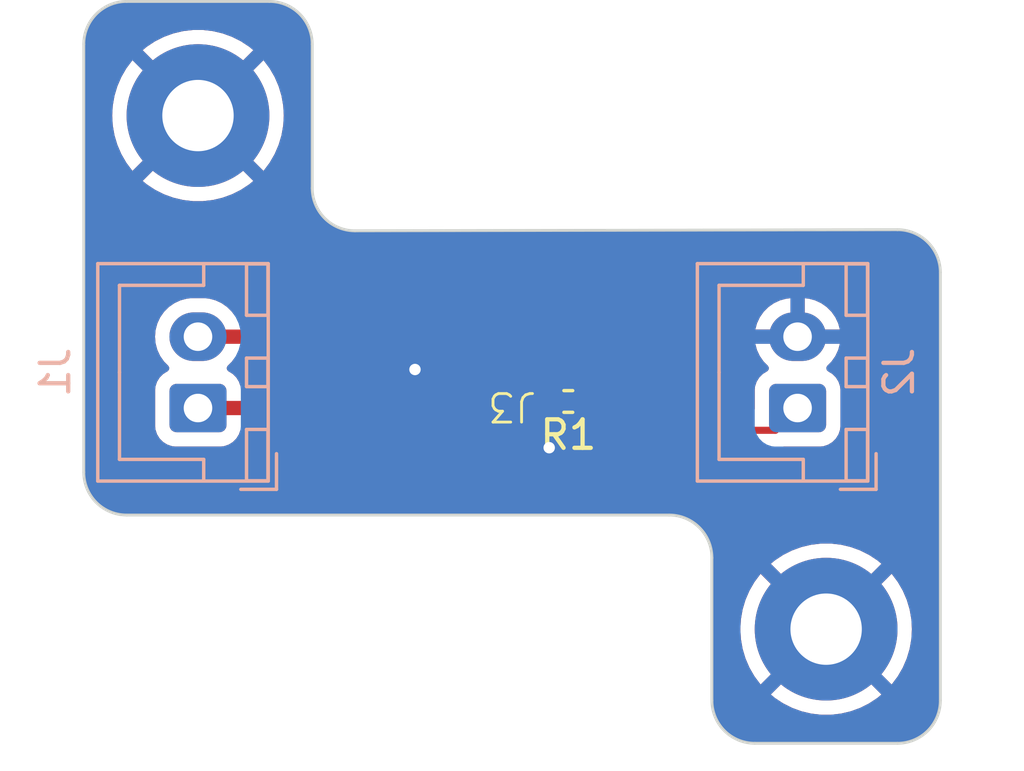
<source format=kicad_pcb>
(kicad_pcb (version 20221018) (generator pcbnew)
  (layers (0 "F.Cu" signal) (31 "B.Cu" signal) (34 "B.Paste" user) (35 "F.Paste" user) (36 "B.SilkS" user "B.Silkscreen") (37 "F.SilkS" user "F.Silkscreen") (38 "B.Mask" user) (39 "F.Mask" user) (44 "Edge.Cuts" user))
  (net 0 "")
  (net 1 "GND")
  (net 2 "heater_3")
  (net 3 "5v")
  (net 4 "therm_3")
  (footprint "MountingHole:MountingHole_2.5mm_Pad" (layer "F.Cu") (at 74 36)
    (fp_text reference "H1" hide)
    (fp_text value "MountingHole_Pad")
    (pad "1" thru_hole circle (at 0 0) (size 5 5) (drill 2.5) (layers "*.Cu" "*.Mask") (net 1 "GND"))
  )
  (footprint "Resistor_SMD:R_0402_1005Metric" (layer "F.Cu") (at 86.97 46.02 180)
    (fp_text reference "R1" (at 0 -1.17) (layer "F.SilkS"))
    (fp_text value "100k")
    (fp_line (start -0.153641 -0.38) (end 0.153641 -0.38) (stroke (width 0.12)) (layer "F.SilkS"))
    (fp_line (start -0.153641 0.38) (end 0.153641 0.38) (stroke (width 0.12)) (layer "F.SilkS"))
    (pad "1" smd roundrect (at -0.51 0 180) (size 0.54 0.64) (layers "F.Cu" "F.Paste" "F.Mask") (net 3 "5v"))
    (pad "2" smd roundrect (at 0.51 0 180) (size 0.54 0.64) (layers "F.Cu" "F.Paste" "F.Mask") (net 4 "therm_3"))
  )
  (footprint "ffc_conn:horizontal" (layer "F.Cu") (at 85 43.5 180)
    (fp_text reference "J3" (at 0 -2.7 180 unlocked) (layer "F.SilkS") (effects (font (thickness 0.1))))
    (fp_text value "Conn_01x06")
    (pad "1" smd rect (at -1.25 -0.5 180) (size 0.3 1) (layers "F.Cu" "F.Paste" "F.Mask") (net 3 "5v"))
    (pad "2" smd rect (at -0.75 -0.5 180) (size 0.3 1) (layers "F.Cu" "F.Paste" "F.Mask") (net 4 "therm_3"))
    (pad "3" smd rect (at -0.25 -0.5 180) (size 0.3 1) (layers "F.Cu" "F.Paste" "F.Mask"))
    (pad "4" smd rect (at -4.675 1.4 180) (size 1.65 1.3) (layers "F.Cu" "F.Paste" "F.Mask") (net 1 "GND"))
    (pad "4" smd rect (at -2.25 -0.5 180) (size 0.3 1) (layers "F.Cu" "F.Paste" "F.Mask") (net 1 "GND"))
    (pad "4" smd rect (at -1.75 -0.5 180) (size 0.3 1) (layers "F.Cu" "F.Paste" "F.Mask") (net 1 "GND"))
    (pad "4" smd rect (at 0.25 -0.5 180) (size 0.3 1) (layers "F.Cu" "F.Paste" "F.Mask") (net 1 "GND"))
    (pad "4" smd rect (at 1.75 -0.5 180) (size 0.3 1) (layers "F.Cu" "F.Paste" "F.Mask") (net 1 "GND"))
    (pad "4" smd rect (at 2.25 -0.5 180) (size 0.3 1) (layers "F.Cu" "F.Paste" "F.Mask") (net 1 "GND"))
    (pad "4" smd rect (at 4.675 1.4 180) (size 1.65 1.3) (layers "F.Cu" "F.Paste" "F.Mask") (net 1 "GND"))
    (pad "5" smd rect (at 0.75 -0.5 180) (size 0.3 1) (layers "F.Cu" "F.Paste" "F.Mask"))
    (pad "6" smd rect (at 1.25 -0.5 180) (size 0.3 1) (layers "F.Cu" "F.Paste" "F.Mask") (net 2 "heater_3"))
  )
  (footprint "MountingHole:MountingHole_2.5mm_Pad" (layer "F.Cu") (at 96 54)
    (fp_text reference "H2" hide)
    (fp_text value "MountingHole_Pad")
    (pad "1" thru_hole circle (at 0 0) (size 5 5) (drill 2.5) (layers "*.Cu" "*.Mask") (net 1 "GND"))
  )
  (footprint "Connector_JST:JST_XH_B2B-XH-A_1x02_P2.50mm_Vertical" (layer "B.Cu") (at 95 46.25 90)
    (fp_text reference "J2" (at 1.25 3.55 90) (layer "B.SilkS") (effects (justify mirror)))
    (fp_text value "Conn_01x02_Male")
    (fp_line (start -2.85 2.75) (end -2.85 1.5) (stroke (width 0.12)) (layer "B.SilkS"))
    (fp_line (start -2.56 -3.51) (end 5.06 -3.51) (stroke (width 0.12)) (layer "B.SilkS"))
    (fp_line (start -2.56 2.46) (end -2.56 -3.51) (stroke (width 0.12)) (layer "B.SilkS"))
    (fp_line (start -2.55 0.2) (end -1.8 0.2) (stroke (width 0.12)) (layer "B.SilkS"))
    (fp_line (start -2.55 1.7) (end -0.75 1.7) (stroke (width 0.12)) (layer "B.SilkS"))
    (fp_line (start -2.55 2.45) (end -2.55 1.7) (stroke (width 0.12)) (layer "B.SilkS"))
    (fp_line (start -1.8 -2.75) (end 1.25 -2.75) (stroke (width 0.12)) (layer "B.SilkS"))
    (fp_line (start -1.8 0.2) (end -1.8 -2.75) (stroke (width 0.12)) (layer "B.SilkS"))
    (fp_line (start -1.6 2.75) (end -2.85 2.75) (stroke (width 0.12)) (layer "B.SilkS"))
    (fp_line (start -0.75 1.7) (end -0.75 2.45) (stroke (width 0.12)) (layer "B.SilkS"))
    (fp_line (start -0.75 2.45) (end -2.55 2.45) (stroke (width 0.12)) (layer "B.SilkS"))
    (fp_line (start 0.75 1.7) (end 1.75 1.7) (stroke (width 0.12)) (layer "B.SilkS"))
    (fp_line (start 0.75 2.45) (end 0.75 1.7) (stroke (width 0.12)) (layer "B.SilkS"))
    (fp_line (start 1.75 1.7) (end 1.75 2.45) (stroke (width 0.12)) (layer "B.SilkS"))
    (fp_line (start 1.75 2.45) (end 0.75 2.45) (stroke (width 0.12)) (layer "B.SilkS"))
    (fp_line (start 3.25 1.7) (end 5.05 1.7) (stroke (width 0.12)) (layer "B.SilkS"))
    (fp_line (start 3.25 2.45) (end 3.25 1.7) (stroke (width 0.12)) (layer "B.SilkS"))
    (fp_line (start 4.3 -2.75) (end 1.25 -2.75) (stroke (width 0.12)) (layer "B.SilkS"))
    (fp_line (start 4.3 0.2) (end 4.3 -2.75) (stroke (width 0.12)) (layer "B.SilkS"))
    (fp_line (start 5.05 0.2) (end 4.3 0.2) (stroke (width 0.12)) (layer "B.SilkS"))
    (fp_line (start 5.05 1.7) (end 5.05 2.45) (stroke (width 0.12)) (layer "B.SilkS"))
    (fp_line (start 5.05 2.45) (end 3.25 2.45) (stroke (width 0.12)) (layer "B.SilkS"))
    (fp_line (start 5.06 -3.51) (end 5.06 2.46) (stroke (width 0.12)) (layer "B.SilkS"))
    (fp_line (start 5.06 2.46) (end -2.56 2.46) (stroke (width 0.12)) (layer "B.SilkS"))
    (pad "1" thru_hole roundrect (at 0 0 90) (size 1.7 2) (drill 1) (layers "*.Cu" "*.Mask") (roundrect_rratio 0.147059) (net 4 "therm_3"))
    (pad "2" thru_hole oval (at 2.5 0 90) (size 1.7 2) (drill 1) (layers "*.Cu" "*.Mask") (net 1 "GND"))
  )
  (footprint "Connector_JST:JST_XH_B2B-XH-A_1x02_P2.50mm_Vertical" (layer "B.Cu") (at 74 46.25 90)
    (fp_text reference "J1" (at 1.25 -5 90) (layer "B.SilkS") (effects (justify mirror)))
    (fp_text value "Conn_01x02_Male" hide)
    (fp_line (start -2.85 2.75) (end -2.85 1.5) (stroke (width 0.12)) (layer "B.SilkS"))
    (fp_line (start -2.56 -3.51) (end 5.06 -3.51) (stroke (width 0.12)) (layer "B.SilkS"))
    (fp_line (start -2.56 2.46) (end -2.56 -3.51) (stroke (width 0.12)) (layer "B.SilkS"))
    (fp_line (start -2.55 0.2) (end -1.8 0.2) (stroke (width 0.12)) (layer "B.SilkS"))
    (fp_line (start -2.55 1.7) (end -0.75 1.7) (stroke (width 0.12)) (layer "B.SilkS"))
    (fp_line (start -2.55 2.45) (end -2.55 1.7) (stroke (width 0.12)) (layer "B.SilkS"))
    (fp_line (start -1.8 -2.75) (end 1.25 -2.75) (stroke (width 0.12)) (layer "B.SilkS"))
    (fp_line (start -1.8 0.2) (end -1.8 -2.75) (stroke (width 0.12)) (layer "B.SilkS"))
    (fp_line (start -1.6 2.75) (end -2.85 2.75) (stroke (width 0.12)) (layer "B.SilkS"))
    (fp_line (start -0.75 1.7) (end -0.75 2.45) (stroke (width 0.12)) (layer "B.SilkS"))
    (fp_line (start -0.75 2.45) (end -2.55 2.45) (stroke (width 0.12)) (layer "B.SilkS"))
    (fp_line (start 0.75 1.7) (end 1.75 1.7) (stroke (width 0.12)) (layer "B.SilkS"))
    (fp_line (start 0.75 2.45) (end 0.75 1.7) (stroke (width 0.12)) (layer "B.SilkS"))
    (fp_line (start 1.75 1.7) (end 1.75 2.45) (stroke (width 0.12)) (layer "B.SilkS"))
    (fp_line (start 1.75 2.45) (end 0.75 2.45) (stroke (width 0.12)) (layer "B.SilkS"))
    (fp_line (start 3.25 1.7) (end 5.05 1.7) (stroke (width 0.12)) (layer "B.SilkS"))
    (fp_line (start 3.25 2.45) (end 3.25 1.7) (stroke (width 0.12)) (layer "B.SilkS"))
    (fp_line (start 4.3 -2.75) (end 1.25 -2.75) (stroke (width 0.12)) (layer "B.SilkS"))
    (fp_line (start 4.3 0.2) (end 4.3 -2.75) (stroke (width 0.12)) (layer "B.SilkS"))
    (fp_line (start 5.05 0.2) (end 4.3 0.2) (stroke (width 0.12)) (layer "B.SilkS"))
    (fp_line (start 5.05 1.7) (end 5.05 2.45) (stroke (width 0.12)) (layer "B.SilkS"))
    (fp_line (start 5.05 2.45) (end 3.25 2.45) (stroke (width 0.12)) (layer "B.SilkS"))
    (fp_line (start 5.06 -3.51) (end 5.06 2.46) (stroke (width 0.12)) (layer "B.SilkS"))
    (fp_line (start 5.06 2.46) (end -2.56 2.46) (stroke (width 0.12)) (layer "B.SilkS"))
    (pad "1" thru_hole roundrect (at 0 0 90) (size 1.7 2) (drill 1) (layers "*.Cu" "*.Mask") (roundrect_rratio 0.147059) (net 2 "heater_3"))
    (pad "2" thru_hole oval (at 2.5 0 90) (size 1.7 2) (drill 1) (layers "*.Cu" "*.Mask") (net 3 "5v"))
  )
  (gr_line (start 93.5 58) (end 98.5 58) (stroke (width 0.1)) (layer "Edge.Cuts"))
  (gr_line (start 70 33.5) (end 70 48.5) (stroke (width 0.1)) (layer "Edge.Cuts"))
  (gr_arc (start 79.5 40.03934) (mid 78.43934 39.6) (end 78 38.53934) (stroke (width 0.1)) (layer "Edge.Cuts"))
  (gr_arc (start 70 33.5) (mid 70.43934 32.43934) (end 71.5 32) (stroke (width 0.1)) (layer "Edge.Cuts"))
  (gr_arc (start 76.5 32) (mid 77.56066 32.43934) (end 78 33.5) (stroke (width 0.1)) (layer "Edge.Cuts"))
  (gr_line (start 71.5 50) (end 90.5 50) (stroke (width 0.1)) (layer "Edge.Cuts"))
  (gr_arc (start 98.5 40) (mid 99.56066 40.43934) (end 100 41.5) (stroke (width 0.1)) (layer "Edge.Cuts"))
  (gr_arc (start 71.5 50) (mid 70.43934 49.56066) (end 70 48.5) (stroke (width 0.1)) (layer "Edge.Cuts"))
  (gr_line (start 71.5 32) (end 76.5 32) (stroke (width 0.1)) (layer "Edge.Cuts"))
  (gr_line (start 79.5 40.03934) (end 98.5 40) (stroke (width 0.1)) (layer "Edge.Cuts"))
  (gr_arc (start 100 56.5) (mid 99.56066 57.56066) (end 98.5 58) (stroke (width 0.1)) (layer "Edge.Cuts"))
  (gr_line (start 78 38.53934) (end 78 33.5) (stroke (width 0.1)) (layer "Edge.Cuts"))
  (gr_arc (start 90.5 50) (mid 91.56066 50.43934) (end 92 51.5) (stroke (width 0.1)) (layer "Edge.Cuts"))
  (gr_line (start 100 56.5) (end 100 41.5) (stroke (width 0.1)) (layer "Edge.Cuts"))
  (gr_line (start 92 51.5) (end 92 56.5) (stroke (width 0.1)) (layer "Edge.Cuts"))
  (gr_arc (start 93.5 58) (mid 92.43934 57.56066) (end 92 56.5) (stroke (width 0.1)) (layer "Edge.Cuts"))
  (segment (start 82.5 44) (end 81.6 44.9) (width 0.25) (layer "F.Cu") (net 1))
  (segment (start 84.75 45.55) (end 85.1 45.9) (width 0.25) (layer "F.Cu") (net 1))
  (segment (start 86.373414 47.568026) (end 86.373414 47.526586) (width 0.5) (layer "F.Cu") (net 1))
  (segment (start 84.881802 43.118198) (end 86.668198 43.118198) (width 0.25) (layer "F.Cu") (net 1))
  (segment (start 86.668198 43.118198) (end 86.75 43.2) (width 0.25) (layer "F.Cu") (net 1))
  (segment (start 85.1 45.9) (end 85.1 46.253172) (width 0.5) (layer "F.Cu") (net 1))
  (segment (start 86.75 44) (end 87.25 44) (width 0.25) (layer "F.Cu") (net 1))
  (segment (start 84.75 44) (end 84.75 45.55) (width 0.25) (layer "F.Cu") (net 1))
  (segment (start 86.300528 47.640912) (end 86.373414 47.568026) (width 0.5) (layer "F.Cu") (net 1))
  (segment (start 86.75 43.2) (end 86.75 43.55) (width 0.25) (layer "F.Cu") (net 1))
  (segment (start 85.1 46.253172) (end 86.373414 47.526586) (width 0.5) (layer "F.Cu") (net 1))
  (segment (start 83.25 44) (end 82.75 44) (width 0.25) (layer "F.Cu") (net 1))
  (segment (start 87.846828 49) (end 91 49) (width 0.5) (layer "F.Cu") (net 1))
  (segment (start 91 49) (end 96 54) (width 0.5) (layer "F.Cu") (net 1))
  (segment (start 84.75 43.25) (end 84.881802 43.118198) (width 0.25) (layer "F.Cu") (net 1))
  (segment (start 82.75 44) (end 82.5 44) (width 0.25) (layer "F.Cu") (net 1))
  (segment (start 86.373414 47.526586) (end 87.846828 49) (width 0.5) (layer "F.Cu") (net 1))
  (segment (start 84.75 44) (end 84.75 43.25) (width 0.25) (layer "F.Cu") (net 1))
  (via (at 81.6 44.9) (size 0.8) (drill 0.4) (layers "F.Cu" "B.Cu") (net 1))
  (via (at 86.300528 47.640912) (size 0.8) (drill 0.4) (layers "F.Cu" "B.Cu") (net 1))
  (segment (start 84.340912 47.640912) (end 81.6 44.9) (width 0.5) (layer "B.Cu") (net 1))
  (segment (start 86.300528 47.640912) (end 84.340912 47.640912) (width 0.5) (layer "B.Cu") (net 1))
  (segment (start 83.75 44) (end 83.75 45.78) (width 0.25) (layer "F.Cu") (net 2))
  (segment (start 83.75 45.78) (end 83.28 46.25) (width 0.25) (layer "F.Cu") (net 2))
  (segment (start 74 46.25) (end 83.28 46.25) (width 0.5) (layer "F.Cu") (net 2))
  (segment (start 86.2 41.4) (end 87.85 43.05) (width 0.5) (layer "F.Cu") (net 3))
  (segment (start 83.3 41.4) (end 86.2 41.4) (width 0.5) (layer "F.Cu") (net 3))
  (segment (start 80.95 43.75) (end 83.3 41.4) (width 0.5) (layer "F.Cu") (net 3))
  (segment (start 74 43.75) (end 80.95 43.75) (width 0.5) (layer "F.Cu") (net 3))
  (segment (start 87.85 45.65) (end 87.48 46.02) (width 0.5) (layer "F.Cu") (net 3))
  (segment (start 87.85 43.05) (end 87.85 45.65) (width 0.5) (layer "F.Cu") (net 3))
  (segment (start 85.75 44) (end 85.75 45.31) (width 0.25) (layer "F.Cu") (net 4))
  (segment (start 94.22 47.03) (end 86.69 47.03) (width 0.25) (layer "F.Cu") (net 4))
  (segment (start 86.69 47.03) (end 86.46 46.8) (width 0.25) (layer "F.Cu") (net 4))
  (segment (start 85.75 45.31) (end 86.46 46.02) (width 0.25) (layer "F.Cu") (net 4))
  (segment (start 86.46 46.8) (end 86.46 46.02) (width 0.25) (layer "F.Cu") (net 4))
  (segment (start 95 46.25) (end 94.22 47.03) (width 0.25) (layer "F.Cu") (net 4))
  (zone (net 1) (net_name "GND") (layer "F.Cu") (connect_pads (clearance 0.5)) (min_thickness 0.25) (fill yes (thermal_gap 0.5) (thermal_bridge_width 0.5))
    (polygon (pts (xy 70 32) (xy 100 32) (xy 100 59) (xy 70 59)))
  )
  (zone (net 1) (net_name "GND") (layer "B.Cu") (priority 1) (connect_pads (clearance 0.5)) (min_thickness 0.25) (fill yes (thermal_gap 0.5) (thermal_bridge_width 0.5))
    (polygon (pts (xy 70 32) (xy 100 32) (xy 100 59) (xy 70 59)))
  )
)
</source>
